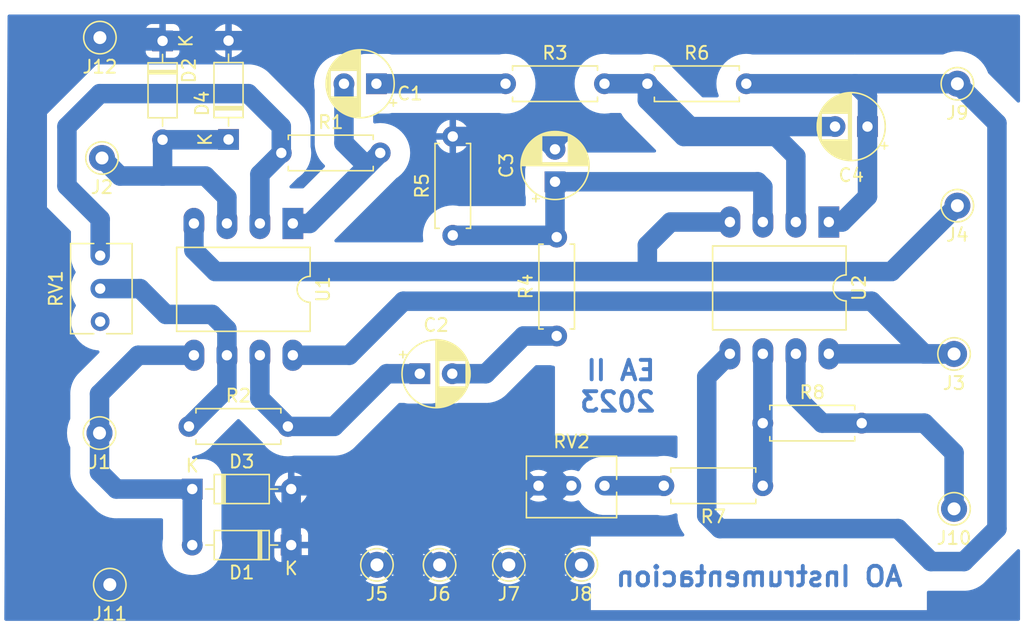
<source format=kicad_pcb>
(kicad_pcb (version 20221018) (generator pcbnew)
  (layers (0 "F.Cu" signal) (31 "B.Cu" signal) (34 "B.Paste" user) (35 "F.Paste" user) (36 "B.SilkS" user "B.Silkscreen") (37 "F.SilkS" user "F.Silkscreen") (38 "B.Mask" user) (39 "F.Mask" user) (44 "Edge.Cuts" user))
  (net 0 "")
  (net 1 "Net-(C1-Pad1)")
  (net 2 "Net-(C1-Pad2)")
  (net 3 "Net-(C2-Pad1)")
  (net 4 "Net-(C2-Pad2)")
  (net 5 "GND")
  (net 6 "Net-(J9-Pin_1)")
  (net 7 "Net-(U2A--)")
  (net 8 "Net-(D1-A)")
  (net 9 "Net-(D2-A)")
  (net 10 "/+15")
  (net 11 "/-15")
  (net 12 "Net-(J10-Pin_1)")
  (net 13 "Net-(U1A--)")
  (net 14 "Net-(U1B--)")
  (net 15 "Net-(U2B--)")
  (net 16 "Net-(R7-Pad2)")
  (net 18 "Net-(U2A-+)")
  (footprint "Connector_Pin:Pin_D1.0mm_L10.0mm" (layer "F.Cu") (at 147.066 104.902)
    (fp_text reference "J10" (at 0 2.25) (layer "F.SilkS"))
    (fp_text value "out")
    (pad "1" thru_hole circle (at 0 0) (size 2 2) (drill 1) (layers "*.Cu" "*.Mask") (net 12 "Net-(J10-Pin_1)"))
  )
  (footprint "Resistor_THT:R_Axial_DIN0207_L6.3mm_D2.5mm_P7.62mm_Horizontal" (layer "F.Cu") (at 132.334 98.298)
    (fp_text reference "R8" (at 3.81 -2.37) (layer "F.SilkS"))
    (fp_text value "100k")
    (pad "1" thru_hole circle (at 0 0) (size 1.6 1.6) (drill 0.8) (layers "*.Cu" "*.Mask") (net 15 "Net-(U2B--)"))
    (pad "2" thru_hole oval (at 7.62 0) (size 1.6 1.6) (drill 0.8) (layers "*.Cu" "*.Mask") (net 12 "Net-(J10-Pin_1)"))
  )
  (footprint "Resistor_THT:R_Axial_DIN0207_L6.3mm_D2.5mm_P7.62mm_Horizontal" (layer "F.Cu") (at 112.522 72.136)
    (fp_text reference "R3" (at 3.81 -2.37) (layer "F.SilkS"))
    (fp_text value "100k")
    (pad "1" thru_hole circle (at 0 0) (size 1.6 1.6) (drill 0.8) (layers "*.Cu" "*.Mask") (net 1 "Net-(C1-Pad1)"))
    (pad "2" thru_hole oval (at 7.62 0) (size 1.6 1.6) (drill 0.8) (layers "*.Cu" "*.Mask") (net 7 "Net-(U2A--)"))
  )
  (footprint "Diode_THT:D_DO-35_SOD27_P7.62mm_Horizontal" (layer "F.Cu") (at 88.392 103.378)
    (fp_text reference "D3" (at 3.81 -2.12) (layer "F.SilkS"))
    (fp_text value "1N4148")
    (fp_text user "K" (at 0 -1.8) (layer "F.SilkS"))
    (pad "1" thru_hole rect (at 0 0) (size 1.6 1.6) (drill 0.8) (layers "*.Cu" "*.Mask") (net 8 "Net-(D1-A)"))
    (pad "2" thru_hole oval (at 7.62 0) (size 1.6 1.6) (drill 0.8) (layers "*.Cu" "*.Mask") (net 5 "GND"))
  )
  (footprint "Connector_Pin:Pin_D1.0mm_L10.0mm" (layer "F.Cu") (at 107.442 109.22)
    (fp_text reference "J6" (at 0 2.25) (layer "F.SilkS"))
    (fp_text value "gnd")
    (pad "1" thru_hole circle (at 0 0) (size 2 2) (drill 1) (layers "*.Cu" "*.Mask") (net 5 "GND"))
  )
  (footprint "Connector_Pin:Pin_D1.0mm_L10.0mm" (layer "F.Cu") (at 112.776 109.22)
    (fp_text reference "J7" (at 0 2.25) (layer "F.SilkS"))
    (fp_text value "gnd")
    (pad "1" thru_hole circle (at 0 0) (size 2 2) (drill 1) (layers "*.Cu" "*.Mask") (net 5 "GND"))
  )
  (footprint "Capacitor_THT:CP_Radial_D5.0mm_P2.50mm" (layer "F.Cu") (at 116.332 79.691113 90)
    (fp_text reference "C3" (at 1.25 -3.75 90) (layer "F.SilkS"))
    (fp_text value "22nF")
    (pad "1" thru_hole rect (at 0 0 90) (size 1.6 1.6) (drill 0.8) (layers "*.Cu" "*.Mask") (net 18 "Net-(U2A-+)"))
    (pad "2" thru_hole circle (at 2.5 0 90) (size 1.6 1.6) (drill 0.8) (layers "*.Cu" "*.Mask") (net 5 "GND"))
  )
  (footprint "Potentiometer_THT:Potentiometer_Bourns_3266Y_Vertical" (layer "F.Cu") (at 81.3 85.39 90)
    (fp_text reference "RV1" (at -2.54 -3.41 90) (layer "F.SilkS"))
    (fp_text value "10k")
    (pad "1" thru_hole circle (at 0 0 90) (size 1.44 1.44) (drill 0.8) (layers "*.Cu" "*.Mask") (net 13 "Net-(U1A--)"))
    (pad "2" thru_hole circle (at -2.54 0 90) (size 1.44 1.44) (drill 0.8) (layers "*.Cu" "*.Mask") (net 14 "Net-(U1B--)"))
    (pad "3" thru_hole circle (at -5.08 0 90) (size 1.44 1.44) (drill 0.8) (layers "*.Cu" "*.Mask"))
  )
  (footprint "Capacitor_THT:CP_Radial_D5.0mm_P2.50mm" (layer "F.Cu") (at 140.397113 75.438 180)
    (fp_text reference "C4" (at 1.25 -3.75) (layer "F.SilkS"))
    (fp_text value "22nF")
    (pad "1" thru_hole rect (at 0 0 180) (size 1.6 1.6) (drill 0.8) (layers "*.Cu" "*.Mask") (net 6 "Net-(J9-Pin_1)"))
    (pad "2" thru_hole circle (at 2.5 0 180) (size 1.6 1.6) (drill 0.8) (layers "*.Cu" "*.Mask") (net 7 "Net-(U2A--)"))
  )
  (footprint "Resistor_THT:R_Axial_DIN0207_L6.3mm_D2.5mm_P7.62mm_Horizontal" (layer "F.Cu") (at 88.138 98.552)
    (fp_text reference "R2" (at 3.81 -2.37) (layer "F.SilkS"))
    (fp_text value "100k")
    (pad "1" thru_hole circle (at 0 0) (size 1.6 1.6) (drill 0.8) (layers "*.Cu" "*.Mask") (net 14 "Net-(U1B--)"))
    (pad "2" thru_hole oval (at 7.62 0) (size 1.6 1.6) (drill 0.8) (layers "*.Cu" "*.Mask") (net 3 "Net-(C2-Pad1)"))
  )
  (footprint "Connector_Pin:Pin_D1.0mm_L10.0mm" (layer "F.Cu") (at 147.066 92.964)
    (fp_text reference "J3" (at 0 2.25) (layer "F.SilkS"))
    (fp_text value "-15")
    (pad "1" thru_hole circle (at 0 0) (size 2 2) (drill 1) (layers "*.Cu" "*.Mask") (net 10 "/+15"))
  )
  (footprint "Resistor_THT:R_Axial_DIN0207_L6.3mm_D2.5mm_P7.62mm_Horizontal" (layer "F.Cu") (at 108.458 83.82 90)
    (fp_text reference "R5" (at 3.81 -2.37 90) (layer "F.SilkS"))
    (fp_text value "100k")
    (pad "1" thru_hole circle (at 0 0 90) (size 1.6 1.6) (drill 0.8) (layers "*.Cu" "*.Mask") (net 18 "Net-(U2A-+)"))
    (pad "2" thru_hole oval (at 7.62 0 90) (size 1.6 1.6) (drill 0.8) (layers "*.Cu" "*.Mask") (net 5 "GND"))
  )
  (footprint "Capacitor_THT:CP_Radial_D5.0mm_P2.50mm" (layer "F.Cu") (at 102.576 72.136 180)
    (fp_text reference "C1" (at -2.58 -0.762) (layer "F.SilkS"))
    (fp_text value "2.2uF")
    (pad "1" thru_hole rect (at 0 0 180) (size 1.6 1.6) (drill 0.8) (layers "*.Cu" "*.Mask") (net 1 "Net-(C1-Pad1)"))
    (pad "2" thru_hole circle (at 2.5 0 180) (size 1.6 1.6) (drill 0.8) (layers "*.Cu" "*.Mask") (net 2 "Net-(C1-Pad2)"))
  )
  (footprint "Diode_THT:D_DO-35_SOD27_P7.62mm_Horizontal" (layer "F.Cu") (at 86.106 68.834 -90)
    (fp_text reference "D2" (at 2.286 -2.032 90) (layer "F.SilkS"))
    (fp_text value "1N4148")
    (fp_text user "K" (at 0 -1.8 90) (layer "F.SilkS"))
    (pad "1" thru_hole rect (at 0 0 270) (size 1.6 1.6) (drill 0.8) (layers "*.Cu" "*.Mask") (net 5 "GND"))
    (pad "2" thru_hole oval (at 7.62 0 270) (size 1.6 1.6) (drill 0.8) (layers "*.Cu" "*.Mask") (net 9 "Net-(D2-A)"))
  )
  (footprint "Package_DIP:DIP-8_W10.16mm_LongPads" (layer "F.Cu") (at 137.42 82.795 -90)
    (fp_text reference "U2" (at 5.08 -2.33 90) (layer "F.SilkS"))
    (fp_text value "TL082")
    (pad "1" thru_hole rect (at 0 0 270) (size 2.4 1.6) (drill 0.8) (layers "*.Cu" "*.Mask") (net 6 "Net-(J9-Pin_1)"))
    (pad "2" thru_hole oval (at 0 2.54 270) (size 2.4 1.6) (drill 0.8) (layers "*.Cu" "*.Mask") (net 7 "Net-(U2A--)"))
    (pad "3" thru_hole oval (at 0 5.08 270) (size 2.4 1.6) (drill 0.8) (layers "*.Cu" "*.Mask") (net 18 "Net-(U2A-+)"))
    (pad "4" thru_hole oval (at 0 7.62 270) (size 2.4 1.6) (drill 0.8) (layers "*.Cu" "*.Mask") (net 11 "/-15"))
    (pad "5" thru_hole oval (at 10.16 7.62 270) (size 2.4 1.6) (drill 0.8) (layers "*.Cu" "*.Mask") (net 6 "Net-(J9-Pin_1)"))
    (pad "6" thru_hole oval (at 10.16 5.08 270) (size 2.4 1.6) (drill 0.8) (layers "*.Cu" "*.Mask") (net 15 "Net-(U2B--)"))
    (pad "7" thru_hole oval (at 10.16 2.54 270) (size 2.4 1.6) (drill 0.8) (layers "*.Cu" "*.Mask") (net 12 "Net-(J10-Pin_1)"))
    (pad "8" thru_hole oval (at 10.16 0 270) (size 2.4 1.6) (drill 0.8) (layers "*.Cu" "*.Mask") (net 10 "/+15"))
  )
  (footprint "Resistor_THT:R_Axial_DIN0207_L6.3mm_D2.5mm_P7.62mm_Horizontal" (layer "F.Cu") (at 123.444 72.136)
    (fp_text reference "R6" (at 3.81 -2.37) (layer "F.SilkS"))
    (fp_text value "100k")
    (pad "1" thru_hole circle (at 0 0) (size 1.6 1.6) (drill 0.8) (layers "*.Cu" "*.Mask") (net 7 "Net-(U2A--)"))
    (pad "2" thru_hole oval (at 7.62 0) (size 1.6 1.6) (drill 0.8) (layers "*.Cu" "*.Mask") (net 6 "Net-(J9-Pin_1)"))
  )
  (footprint "Package_DIP:DIP-8_W10.16mm_LongPads" (layer "F.Cu") (at 96.14 82.905 -90)
    (fp_text reference "U1" (at 5.08 -2.33 90) (layer "F.SilkS"))
    (fp_text value "TL082")
    (pad "1" thru_hole rect (at 0 0 270) (size 2.4 1.6) (drill 0.8) (layers "*.Cu" "*.Mask") (net 2 "Net-(C1-Pad2)"))
    (pad "2" thru_hole oval (at 0 2.54 270) (size 2.4 1.6) (drill 0.8) (layers "*.Cu" "*.Mask") (net 13 "Net-(U1A--)"))
    (pad "3" thru_hole oval (at 0 5.08 270) (size 2.4 1.6) (drill 0.8) (layers "*.Cu" "*.Mask") (net 9 "Net-(D2-A)"))
    (pad "4" thru_hole oval (at 0 7.62 270) (size 2.4 1.6) (drill 0.8) (layers "*.Cu" "*.Mask") (net 11 "/-15"))
    (pad "5" thru_hole oval (at 10.16 7.62 270) (size 2.4 1.6) (drill 0.8) (layers "*.Cu" "*.Mask") (net 8 "Net-(D1-A)"))
    (pad "6" thru_hole oval (at 10.16 5.08 270) (size 2.4 1.6) (drill 0.8) (layers "*.Cu" "*.Mask") (net 14 "Net-(U1B--)"))
    (pad "7" thru_hole oval (at 10.16 2.54 270) (size 2.4 1.6) (drill 0.8) (layers "*.Cu" "*.Mask") (net 3 "Net-(C2-Pad1)"))
    (pad "8" thru_hole oval (at 10.16 0 270) (size 2.4 1.6) (drill 0.8) (layers "*.Cu" "*.Mask") (net 10 "/+15"))
  )
  (footprint "Connector_Pin:Pin_D1.0mm_L10.0mm" (layer "F.Cu") (at 147.32 81.534)
    (fp_text reference "J4" (at 0 2.25) (layer "F.SilkS"))
    (fp_text value "-15")
    (pad "1" thru_hole circle (at 0 0) (size 2 2) (drill 1) (layers "*.Cu" "*.Mask") (net 11 "/-15"))
  )
  (footprint "Resistor_THT:R_Axial_DIN0207_L6.3mm_D2.5mm_P7.62mm_Horizontal" (layer "F.Cu") (at 132.334 103.124 180)
    (fp_text reference "R7" (at 3.81 -2.37) (layer "F.SilkS"))
    (fp_text value "1k")
    (pad "1" thru_hole circle (at 0 0 180) (size 1.6 1.6) (drill 0.8) (layers "*.Cu" "*.Mask") (net 15 "Net-(U2B--)"))
    (pad "2" thru_hole oval (at 7.62 0 180) (size 1.6 1.6) (drill 0.8) (layers "*.Cu" "*.Mask") (net 16 "Net-(R7-Pad2)"))
  )
  (footprint "Connector_Pin:Pin_D1.0mm_L10.0mm" (layer "F.Cu") (at 81.25 99.06)
    (fp_text reference "J1" (at 0 2.25) (layer "F.SilkS"))
    (fp_text value "in+")
    (pad "1" thru_hole circle (at 0 0) (size 2 2) (drill 1) (layers "*.Cu" "*.Mask") (net 8 "Net-(D1-A)"))
  )
  (footprint "Connector_Pin:Pin_D1.0mm_L10.0mm" (layer "F.Cu") (at 81.44 77.86)
    (fp_text reference "J2" (at 0 2.25) (layer "F.SilkS"))
    (fp_text value "in-")
    (pad "1" thru_hole circle (at 0 0) (size 2 2) (drill 1) (layers "*.Cu" "*.Mask") (net 9 "Net-(D2-A)"))
  )
  (footprint "Connector_Pin:Pin_D1.0mm_L10.0mm" (layer "F.Cu") (at 118.364 109.22)
    (fp_text reference "J8" (at 0 2.25) (layer "F.SilkS"))
    (fp_text value "gnd")
    (pad "1" thru_hole circle (at 0 0) (size 2 2) (drill 1) (layers "*.Cu" "*.Mask") (net 5 "GND"))
  )
  (footprint "Resistor_THT:R_Axial_DIN0207_L6.3mm_D2.5mm_P7.62mm_Horizontal" (layer "F.Cu") (at 95.25 77.47)
    (fp_text reference "R1" (at 3.81 -2.37) (layer "F.SilkS"))
    (fp_text value "100k")
    (pad "1" thru_hole circle (at 0 0) (size 1.6 1.6) (drill 0.8) (layers "*.Cu" "*.Mask") (net 13 "Net-(U1A--)"))
    (pad "2" thru_hole oval (at 7.62 0) (size 1.6 1.6) (drill 0.8) (layers "*.Cu" "*.Mask") (net 2 "Net-(C1-Pad2)"))
  )
  (footprint "Connector_Pin:Pin_D1.0mm_L10.0mm" (layer "F.Cu") (at 147.32 72.136)
    (fp_text reference "J9" (at 0 2.25) (layer "F.SilkS"))
    (fp_text value "out2")
    (pad "1" thru_hole circle (at 0 0) (size 2 2) (drill 1) (layers "*.Cu" "*.Mask") (net 6 "Net-(J9-Pin_1)"))
  )
  (footprint "Connector_Pin:Pin_D1.0mm_L10.0mm" (layer "F.Cu") (at 102.616 109.22)
    (fp_text reference "J5" (at 0 2.25) (layer "F.SilkS"))
    (fp_text value "gnd")
    (pad "1" thru_hole circle (at 0 0) (size 2 2) (drill 1) (layers "*.Cu" "*.Mask") (net 5 "GND"))
  )
  (footprint "Potentiometer_THT:Potentiometer_Bourns_3266Y_Vertical" (layer "F.Cu") (at 120.142 103.124)
    (fp_text reference "RV2" (at -2.54 -3.41) (layer "F.SilkS"))
    (fp_text value "10k")
    (pad "1" thru_hole circle (at 0 0) (size 1.44 1.44) (drill 0.8) (layers "*.Cu" "*.Mask") (net 16 "Net-(R7-Pad2)"))
    (pad "2" thru_hole circle (at -2.54 0) (size 1.44 1.44) (drill 0.8) (layers "*.Cu" "*.Mask") (net 5 "GND"))
    (pad "3" thru_hole circle (at -5.08 0) (size 1.44 1.44) (drill 0.8) (layers "*.Cu" "*.Mask") (net 5 "GND"))
  )
  (footprint "Diode_THT:D_DO-35_SOD27_P7.62mm_Horizontal" (layer "F.Cu") (at 91.186 76.434 90)
    (fp_text reference "D4" (at 2.774 -2.032 90) (layer "F.SilkS"))
    (fp_text value "1N4148")
    (fp_text user "K" (at 0 -1.8 90) (layer "F.SilkS"))
    (pad "1" thru_hole rect (at 0 0 90) (size 1.6 1.6) (drill 0.8) (layers "*.Cu" "*.Mask") (net 9 "Net-(D2-A)"))
    (pad "2" thru_hole oval (at 7.62 0 90) (size 1.6 1.6) (drill 0.8) (layers "*.Cu" "*.Mask") (net 5 "GND"))
  )
  (footprint "Resistor_THT:R_Axial_DIN0207_L6.3mm_D2.5mm_P7.62mm_Horizontal" (layer "F.Cu") (at 116.46 91.58 90)
    (fp_text reference "R4" (at 3.81 -2.37 90) (layer "F.SilkS"))
    (fp_text value "100k")
    (pad "1" thru_hole circle (at 0 0 90) (size 1.6 1.6) (drill 0.8) (layers "*.Cu" "*.Mask") (net 4 "Net-(C2-Pad2)"))
    (pad "2" thru_hole oval (at 7.62 0 90) (size 1.6 1.6) (drill 0.8) (layers "*.Cu" "*.Mask") (net 18 "Net-(U2A-+)"))
  )
  (footprint "Capacitor_THT:CP_Radial_D5.0mm_P2.50mm" (layer "F.Cu") (at 105.918 94.488)
    (fp_text reference "C2" (at 1.25 -3.75) (layer "F.SilkS"))
    (fp_text value "2.2uF")
    (pad "1" thru_hole rect (at 0 0) (size 1.6 1.6) (drill 0.8) (layers "*.Cu" "*.Mask") (net 3 "Net-(C2-Pad1)"))
    (pad "2" thru_hole circle (at 2.5 0) (size 1.6 1.6) (drill 0.8) (layers "*.Cu" "*.Mask") (net 4 "Net-(C2-Pad2)"))
  )
  (footprint "Diode_THT:D_DO-35_SOD27_P7.62mm_Horizontal" (layer "F.Cu") (at 96.012 107.696 180)
    (fp_text reference "D1" (at 3.81 -2.12) (layer "F.SilkS"))
    (fp_text value "1N4148")
    (fp_text user "K" (at 0 -1.8) (layer "F.SilkS"))
    (pad "1" thru_hole rect (at 0 0 180) (size 1.6 1.6) (drill 0.8) (layers "*.Cu" "*.Mask") (net 5 "GND"))
    (pad "2" thru_hole oval (at 7.62 0 180) (size 1.6 1.6) (drill 0.8) (layers "*.Cu" "*.Mask") (net 8 "Net-(D1-A)"))
  )
  (footprint "Connector_Pin:Pin_D1.0mm_L10.0mm" (layer "F.Cu") (at 82.042 110.744)
    (fp_text reference "J11" (at 0 2.25) (layer "F.SilkS"))
    (fp_text value "gnd")
    (pad "1" thru_hole circle (at 0 0) (size 2 2) (drill 1) (layers "*.Cu" "*.Mask") (net 5 "GND"))
  )
  (footprint "Connector_Pin:Pin_D1.0mm_L10.0mm" (layer "F.Cu") (at 81.28 68.58)
    (fp_text reference "J12" (at 0 2.25) (layer "F.SilkS"))
    (fp_text value "gnd")
    (pad "1" thru_hole circle (at 0 0) (size 2 2) (drill 1) (layers "*.Cu" "*.Mask") (net 5 "GND"))
  )
  (gr_text "AO Instrumentacion" (at 143.256 110.998) (layer "B.Cu") (effects (font (size 1.5 1.5) (thickness 0.3) bold) (justify left bottom mirror)))
  (gr_text "EA II\n2023" (at 124.206 97.536) (layer "B.Cu") (effects (font (size 1.5 1.5) (thickness 0.3) bold) (justify left bottom mirror)))
  (segment (start 112.522 72.136) (end 102.576 72.136) (width 1.5) (layer "B.Cu") (net 1))
  (segment (start 97.435 82.905) (end 101.854 78.486) (width 1.5) (layer "B.Cu") (net 2))
  (segment (start 101.854 78.486) (end 102.87 77.47) (width 1.5) (layer "B.Cu") (net 2))
  (segment (start 100.076 72.136) (end 100.076 76.708) (width 1.5) (layer "B.Cu") (net 2))
  (segment (start 100.076 76.708) (end 101.854 78.486) (width 1.5) (layer "B.Cu") (net 2))
  (segment (start 96.14 82.905) (end 97.435 82.905) (width 1.5) (layer "B.Cu") (net 2))
  (segment (start 93.6 96.394) (end 93.6 93.065) (width 1.5) (layer "B.Cu") (net 3))
  (segment (start 105.918 94.488) (end 103.378 94.488) (width 1.5) (layer "B.Cu") (net 3))
  (segment (start 95.758 98.552) (end 93.6 96.394) (width 1.5) (layer "B.Cu") (net 3))
  (segment (start 103.378 94.488) (end 99.314 98.552) (width 1.5) (layer "B.Cu") (net 3))
  (segment (start 99.314 98.552) (end 95.758 98.552) (width 1.5) (layer "B.Cu") (net 3))
  (segment (start 113.906 91.58) (end 116.46 91.58) (width 1.5) (layer "B.Cu") (net 4))
  (segment (start 110.998 94.488) (end 113.906 91.58) (width 1.5) (layer "B.Cu") (net 4))
  (segment (start 108.418 94.488) (end 110.998 94.488) (width 1.5) (layer "B.Cu") (net 4))
  (segment (start 91.186 68.814) (end 86.126 68.814) (width 1.5) (layer "B.Cu") (net 5))
  (segment (start 86.106 68.834) (end 81.788 68.834) (width 1.5) (layer "B.Cu") (net 5))
  (segment (start 84.582 110.744) (end 84.836 110.998) (width 1.5) (layer "B.Cu") (net 5))
  (segment (start 115.340887 76.2) (end 116.332 77.191113) (width 1.5) (layer "B.Cu") (net 5))
  (segment (start 96.266 103.124) (end 96.012 103.378) (width 1.5) (layer "B.Cu") (net 5))
  (segment (start 108.458 76.2) (end 115.340887 76.2) (width 1.5) (layer "B.Cu") (net 5))
  (segment (start 96.012 109.474) (end 96.012 107.696) (width 1.5) (layer "B.Cu") (net 5))
  (segment (start 82.042 110.744) (end 84.582 110.744) (width 1.5) (layer "B.Cu") (net 5))
  (segment (start 86.126 68.814) (end 86.106 68.834) (width 1.5) (layer "B.Cu") (net 5))
  (segment (start 112.776 109.22) (end 102.616 109.22) (width 1.5) (layer "B.Cu") (net 5))
  (segment (start 116.332 71.12) (end 116.332 77.191113) (width 1.5) (layer "B.Cu") (net 5))
  (segment (start 85.852 68.58) (end 86.106 68.834) (width 1.5) (layer "B.Cu") (net 5))
  (segment (start 117.602 103.124) (end 115.062 103.124) (width 1.5) (layer "B.Cu") (net 5))
  (segment (start 81.788 68.834) (end 76.454 74.168) (width 1.5) (layer "B.Cu") (net 5))
  (segment (start 118.364 109.22) (end 112.776 109.22) (width 1.5) (layer "B.Cu") (net 5))
  (segment (start 81.28 68.58) (end 85.852 68.58) (width 1.5) (layer "B.Cu") (net 5))
  (segment (start 102.616 109.22) (end 96.266 109.22) (width 1.5) (layer "B.Cu") (net 5))
  (segment (start 96.012 103.378) (end 96.012 107.696) (width 1.5) (layer "B.Cu") (net 5))
  (segment (start 76.454 74.168) (end 76.454 102.616) (width 1.5) (layer "B.Cu") (net 5))
  (segment (start 115.062 103.124) (end 96.266 103.124) (width 1.5) (layer "B.Cu") (net 5))
  (segment (start 114.026 68.814) (end 116.332 71.12) (width 1.5) (layer "B.Cu") (net 5))
  (segment (start 91.186 68.814) (end 114.026 68.814) (width 1.5) (layer "B.Cu") (net 5))
  (segment (start 96.266 109.22) (end 96.012 109.474) (width 1.5) (layer "B.Cu") (net 5))
  (segment (start 94.488 110.998) (end 96.012 109.474) (width 1.5) (layer "B.Cu") (net 5))
  (segment (start 76.454 102.616) (end 84.836 110.998) (width 1.5) (layer "B.Cu") (net 5))
  (segment (start 84.836 110.998) (end 94.488 110.998) (width 1.5) (layer "B.Cu") (net 5))
  (segment (start 140.397113 75.438) (end 140.397113 73.087113) (width 1.5) (layer "B.Cu") (net 6))
  (segment (start 142.748 106.426) (end 145.288 108.966) (width 1.5) (layer "B.Cu") (net 6))
  (segment (start 137.42 82.795) (end 138.439 82.795) (width 1.5) (layer "B.Cu") (net 6))
  (segment (start 129.032 106.426) (end 142.748 106.426) (width 1.5) (layer "B.Cu") (net 6))
  (segment (start 140.397113 80.836887) (end 140.397113 75.438) (width 1.5) (layer "B.Cu") (net 6))
  (segment (start 140.397113 73.087113) (end 139.446 72.136) (width 1.5) (layer "B.Cu") (net 6))
  (segment (start 147.32 72.136) (end 139.446 72.136) (width 1.5) (layer "B.Cu") (net 6))
  (segment (start 128.016 94.739) (end 128.016 105.41) (width 1.5) (layer "B.Cu") (net 6))
  (segment (start 138.439 82.795) (end 140.397113 80.836887) (width 1.5) (layer "B.Cu") (net 6))
  (segment (start 145.288 108.966) (end 147.828 108.966) (width 1.5) (layer "B.Cu") (net 6))
  (segment (start 150.368 106.426) (end 150.368 75.184) (width 1.5) (layer "B.Cu") (net 6))
  (segment (start 150.368 75.184) (end 147.32 72.136) (width 1.5) (layer "B.Cu") (net 6))
  (segment (start 129.8 92.955) (end 128.016 94.739) (width 1.5) (layer "B.Cu") (net 6))
  (segment (start 128.016 105.41) (end 129.032 106.426) (width 1.5) (layer "B.Cu") (net 6))
  (segment (start 139.446 72.136) (end 131.064 72.136) (width 1.5) (layer "B.Cu") (net 6))
  (segment (start 147.828 108.966) (end 150.368 106.426) (width 1.5) (layer "B.Cu") (net 6))
  (segment (start 137.897113 75.438) (end 126.746 75.438) (width 1.5) (layer "B.Cu") (net 7))
  (segment (start 134.88 77.73) (end 133.35 76.2) (width 1.5) (layer "B.Cu") (net 7))
  (segment (start 126.238 76.2) (end 123.444 73.406) (width 1.5) (layer "B.Cu") (net 7))
  (segment (start 134.88 82.795) (end 134.88 77.73) (width 1.5) (layer "B.Cu") (net 7))
  (segment (start 126.746 75.438) (end 123.444 72.136) (width 1.5) (layer "B.Cu") (net 7))
  (segment (start 123.444 72.136) (end 120.142 72.136) (width 1.5) (layer "B.Cu") (net 7))
  (segment (start 123.444 73.406) (end 123.444 72.136) (width 1.5) (layer "B.Cu") (net 7))
  (segment (start 133.35 76.2) (end 126.238 76.2) (width 1.5) (layer "B.Cu") (net 7))
  (segment (start 81.25 102.078) (end 81.25 99.06) (width 1.5) (layer "B.Cu") (net 8))
  (segment (start 84.227 93.065) (end 81.25 96.042) (width 1.5) (layer "B.Cu") (net 8))
  (segment (start 88.392 107.696) (end 88.392 103.378) (width 1.5) (layer "B.Cu") (net 8))
  (segment (start 88.392 103.378) (end 82.55 103.378) (width 1.5) (layer "B.Cu") (net 8))
  (segment (start 81.25 96.042) (end 81.25 99.06) (width 1.5) (layer "B.Cu") (net 8))
  (segment (start 88.52 93.065) (end 84.227 93.065) (width 1.5) (layer "B.Cu") (net 8))
  (segment (start 82.55 103.378) (end 81.25 102.078) (width 1.5) (layer "B.Cu") (net 8))
  (segment (start 86.106 76.454) (end 86.106 79.248) (width 1.5) (layer "B.Cu") (net 9))
  (segment (start 91.06 82.905) (end 91.06 80.9) (width 1.5) (layer "B.Cu") (net 9))
  (segment (start 89.408 79.248) (end 86.106 79.248) (width 1.5) (layer "B.Cu") (net 9))
  (segment (start 91.166 76.454) (end 91.186 76.434) (width 1.5) (layer "B.Cu") (net 9))
  (segment (start 91.06 80.9) (end 89.408 79.248) (width 1.5) (layer "B.Cu") (net 9))
  (segment (start 86.106 79.248) (end 82.828 79.248) (width 1.5) (layer "B.Cu") (net 9))
  (segment (start 86.106 76.454) (end 91.166 76.454) (width 1.5) (layer "B.Cu") (net 9))
  (segment (start 82.828 79.248) (end 81.44 77.86) (width 1.5) (layer "B.Cu") (net 9))
  (segment (start 137.42 92.955) (end 147.057 92.955) (width 1.5) (layer "B.Cu") (net 10))
  (segment (start 140.716 88.9) (end 144.78 92.964) (width 1.5) (layer "B.Cu") (net 10))
  (segment (start 96.14 93.065) (end 100.483 93.065) (width 1.5) (layer "B.Cu") (net 10))
  (segment (start 147.057 92.955) (end 147.066 92.964) (width 1.5) (layer "B.Cu") (net 10))
  (segment (start 104.648 88.9) (end 140.716 88.9) (width 1.5) (layer "B.Cu") (net 10))
  (segment (start 144.78 92.964) (end 147.066 92.964) (width 1.5) (layer "B.Cu") (net 10))
  (segment (start 100.483 93.065) (end 104.648 88.9) (width 1.5) (layer "B.Cu") (net 10))
  (segment (start 142.24 86.614) (end 147.32 81.534) (width 1.5) (layer "B.Cu") (net 11))
  (segment (start 88.52 84.964) (end 88.52 82.905) (width 1.5) (layer "B.Cu") (net 11))
  (segment (start 90.17 86.614) (end 88.52 84.964) (width 1.5) (layer "B.Cu") (net 11))
  (segment (start 125.231 82.795) (end 123.444 84.582) (width 1.5) (layer "B.Cu") (net 11))
  (segment (start 123.444 86.614) (end 90.17 86.614) (width 1.5) (layer "B.Cu") (net 11))
  (segment (start 123.444 86.614) (end 142.24 86.614) (width 1.5) (layer "B.Cu") (net 11))
  (segment (start 129.8 82.795) (end 125.231 82.795) (width 1.5) (layer "B.Cu") (net 11))
  (segment (start 123.444 84.582) (end 123.444 86.614) (width 1.5) (layer "B.Cu") (net 11))
  (segment (start 139.954 98.298) (end 144.78 98.298) (width 1.5) (layer "B.Cu") (net 12))
  (segment (start 136.906 98.298) (end 134.88 96.272) (width 1.5) (layer "B.Cu") (net 12))
  (segment (start 147.066 100.584) (end 147.066 104.902) (width 1.5) (layer "B.Cu") (net 12))
  (segment (start 134.88 96.272) (end 134.88 92.955) (width 1.5) (layer "B.Cu") (net 12))
  (segment (start 144.78 98.298) (end 147.066 100.584) (width 1.5) (layer "B.Cu") (net 12))
  (segment (start 139.954 98.298) (end 136.906 98.298) (width 1.5) (layer "B.Cu") (net 12))
  (segment (start 95.25 77.47) (end 93.6 79.12) (width 1.5) (layer "B.Cu") (net 13))
  (segment (start 92.71 72.898) (end 81.28 72.898) (width 1.5) (layer "B.Cu") (net 13))
  (segment (start 81.28 72.898) (end 78.74 75.438) (width 1.5) (layer "B.Cu") (net 13))
  (segment (start 95.25 77.47) (end 95.25 75.438) (width 1.5) (layer "B.Cu") (net 13))
  (segment (start 78.74 75.438) (end 78.74 80.01) (width 1.5) (layer "B.Cu") (net 13))
  (segment (start 78.74 80.01) (end 81.3 82.57) (width 1.5) (layer "B.Cu") (net 13))
  (segment (start 93.6 79.12) (end 93.6 82.905) (width 1.5) (layer "B.Cu") (net 13))
  (segment (start 95.25 75.438) (end 92.71 72.898) (width 1.5) (layer "B.Cu") (net 13))
  (segment (start 81.3 82.57) (end 81.3 85.39) (width 1.5) (layer "B.Cu") (net 13))
  (segment (start 84.374 87.93) (end 81.3 87.93) (width 1.5) (layer "B.Cu") (net 14))
  (segment (start 88.138 98.552) (end 91.06 95.63) (width 1.5) (layer "B.Cu") (net 14))
  (segment (start 89.916 89.916) (end 86.36 89.916) (width 1.5) (layer "B.Cu") (net 14))
  (segment (start 91.06 95.63) (end 91.06 93.065) (width 1.5) (layer "B.Cu") (net 14))
  (segment (start 91.06 93.065) (end 91.06 91.06) (width 1.5) (layer "B.Cu") (net 14))
  (segment (start 91.06 91.06) (end 89.916 89.916) (width 1.5) (layer "B.Cu") (net 14))
  (segment (start 86.36 89.916) (end 84.374 87.93) (width 1.5) (layer "B.Cu") (net 14))
  (segment (start 132.34 92.955) (end 132.34 98.292) (width 1.5) (layer "B.Cu") (net 15))
  (segment (start 132.334 98.298) (end 132.334 103.124) (width 1.5) (layer "B.Cu") (net 15))
  (segment (start 132.34 98.292) (end 132.334 98.298) (width 1.5) (layer "B.Cu") (net 15))
  (segment (start 124.714 103.124) (end 120.142 103.124) (width 1.5) (layer "B.Cu") (net 16))
  (segment (start 131.936113 79.691113) (end 132.34 80.095) (width 1.5) (layer "B.Cu") (net 18))
  (segment (start 108.458 83.82) (end 116.32 83.82) (width 1.5) (layer "B.Cu") (net 18))
  (segment (start 116.32 83.82) (end 116.46 83.96) (width 1.5) (layer "B.Cu") (net 18))
  (segment (start 132.34 80.095) (end 132.34 82.795) (width 1.5) (layer "B.Cu") (net 18))
  (segment (start 116.332 79.691113) (end 116.332 83.832) (width 1.5) (layer "B.Cu") (net 18))
  (segment (start 116.332 79.691113) (end 131.936113 79.691113) (width 1.5) (layer "B.Cu") (net 18))
  (segment (start 116.332 83.832) (end 116.46 83.96) (width 1.5) (layer "B.Cu") (net 18))
  (zone (net 5) (net_name "GND") (layer "B.Cu") (connect_pads (clearance 1.5)) (min_thickness 0.25) (fill yes (thermal_gap 0.5) (thermal_bridge_width 0.5))
    (polygon (pts (xy 152.146 66.802) (xy 152.146 113.538) (xy 73.914 113.538) (xy 74.168 66.802)))
  )
)
</source>
